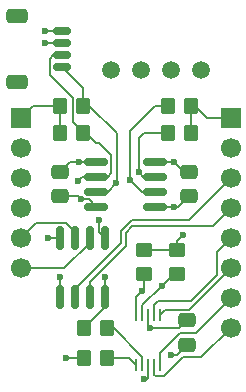
<source format=gbr>
%TF.GenerationSoftware,KiCad,Pcbnew,9.0.3*%
%TF.CreationDate,2025-12-07T20:29:12-06:00*%
%TF.ProjectId,IsolatedADSBoard,49736f6c-6174-4656-9441-4453426f6172,rev?*%
%TF.SameCoordinates,Original*%
%TF.FileFunction,Copper,L1,Top*%
%TF.FilePolarity,Positive*%
%FSLAX46Y46*%
G04 Gerber Fmt 4.6, Leading zero omitted, Abs format (unit mm)*
G04 Created by KiCad (PCBNEW 9.0.3) date 2025-12-07 20:29:12*
%MOMM*%
%LPD*%
G01*
G04 APERTURE LIST*
G04 Aperture macros list*
%AMRoundRect*
0 Rectangle with rounded corners*
0 $1 Rounding radius*
0 $2 $3 $4 $5 $6 $7 $8 $9 X,Y pos of 4 corners*
0 Add a 4 corners polygon primitive as box body*
4,1,4,$2,$3,$4,$5,$6,$7,$8,$9,$2,$3,0*
0 Add four circle primitives for the rounded corners*
1,1,$1+$1,$2,$3*
1,1,$1+$1,$4,$5*
1,1,$1+$1,$6,$7*
1,1,$1+$1,$8,$9*
0 Add four rect primitives between the rounded corners*
20,1,$1+$1,$2,$3,$4,$5,0*
20,1,$1+$1,$4,$5,$6,$7,0*
20,1,$1+$1,$6,$7,$8,$9,0*
20,1,$1+$1,$8,$9,$2,$3,0*%
G04 Aperture macros list end*
%TA.AperFunction,SMDPad,CuDef*%
%ADD10RoundRect,0.250000X-0.350000X-0.450000X0.350000X-0.450000X0.350000X0.450000X-0.350000X0.450000X0*%
%TD*%
%TA.AperFunction,SMDPad,CuDef*%
%ADD11RoundRect,0.250000X0.350000X0.450000X-0.350000X0.450000X-0.350000X-0.450000X0.350000X-0.450000X0*%
%TD*%
%TA.AperFunction,SMDPad,CuDef*%
%ADD12R,0.250000X1.100000*%
%TD*%
%TA.AperFunction,ComponentPad*%
%ADD13C,1.500000*%
%TD*%
%TA.AperFunction,SMDPad,CuDef*%
%ADD14RoundRect,0.150000X-0.825000X-0.150000X0.825000X-0.150000X0.825000X0.150000X-0.825000X0.150000X0*%
%TD*%
%TA.AperFunction,SMDPad,CuDef*%
%ADD15RoundRect,0.250000X-0.475000X0.337500X-0.475000X-0.337500X0.475000X-0.337500X0.475000X0.337500X0*%
%TD*%
%TA.AperFunction,ComponentPad*%
%ADD16R,1.700000X1.700000*%
%TD*%
%TA.AperFunction,ComponentPad*%
%ADD17C,1.700000*%
%TD*%
%TA.AperFunction,SMDPad,CuDef*%
%ADD18RoundRect,0.150000X-0.625000X0.150000X-0.625000X-0.150000X0.625000X-0.150000X0.625000X0.150000X0*%
%TD*%
%TA.AperFunction,SMDPad,CuDef*%
%ADD19RoundRect,0.250000X-0.650000X0.350000X-0.650000X-0.350000X0.650000X-0.350000X0.650000X0.350000X0*%
%TD*%
%TA.AperFunction,SMDPad,CuDef*%
%ADD20RoundRect,0.250000X0.475000X-0.337500X0.475000X0.337500X-0.475000X0.337500X-0.475000X-0.337500X0*%
%TD*%
%TA.AperFunction,SMDPad,CuDef*%
%ADD21RoundRect,0.250000X-0.450000X0.350000X-0.450000X-0.350000X0.450000X-0.350000X0.450000X0.350000X0*%
%TD*%
%TA.AperFunction,SMDPad,CuDef*%
%ADD22RoundRect,0.150000X-0.150000X0.825000X-0.150000X-0.825000X0.150000X-0.825000X0.150000X0.825000X0*%
%TD*%
%TA.AperFunction,ViaPad*%
%ADD23C,0.600000*%
%TD*%
%TA.AperFunction,Conductor*%
%ADD24C,0.200000*%
%TD*%
G04 APERTURE END LIST*
D10*
%TO.P,R7,1*%
%TO.N,5V-iso*%
X132350000Y-69850000D03*
%TO.P,R7,2*%
%TO.N,ADS_ALERT*%
X134350000Y-69850000D03*
%TD*%
D11*
%TO.P,R12,1*%
%TO.N,ADS_ADDR*%
X134350000Y-72390000D03*
%TO.P,R12,2*%
%TO.N,Gnd-iso*%
X132350000Y-72390000D03*
%TD*%
D12*
%TO.P,U3,1,ADDR*%
%TO.N,ADS_ADDR*%
X136795000Y-73002000D03*
%TO.P,U3,2,ALERT/RDY*%
%TO.N,ADS_ALERT*%
X137295000Y-73002000D03*
%TO.P,U3,3,GND*%
%TO.N,Gnd-iso*%
X137795000Y-73002000D03*
%TO.P,U3,4,AIN0*%
%TO.N,/AIN0*%
X138295000Y-73002000D03*
%TO.P,U3,5,AIN1*%
%TO.N,/AIN1*%
X138795000Y-73002000D03*
%TO.P,U3,6,AIN2*%
%TO.N,/AIN2*%
X138795000Y-68702000D03*
%TO.P,U3,7,AIN3*%
%TO.N,/AIN3*%
X138295000Y-68702000D03*
%TO.P,U3,8,VDD*%
%TO.N,5V-iso*%
X137795000Y-68702000D03*
%TO.P,U3,9,SDA*%
%TO.N,SDA-5V*%
X137295000Y-68702000D03*
%TO.P,U3,10,SCL*%
%TO.N,SCL-5V*%
X136795000Y-68702000D03*
%TD*%
D13*
%TO.P,U14,1,VIN-*%
%TO.N,GND*%
X134620000Y-48006000D03*
%TO.P,U14,2,VIN+*%
%TO.N,VDD*%
X137160000Y-48006000D03*
%TO.P,U14,3,Vout-*%
%TO.N,Gnd-iso*%
X139700000Y-48006000D03*
%TO.P,U14,4,Vout+*%
%TO.N,5V-iso*%
X142240000Y-48006000D03*
%TD*%
D14*
%TO.P,U13,1,VCC1*%
%TO.N,VDD*%
X133415000Y-55753000D03*
%TO.P,U13,2,SDA1*%
%TO.N,SDA*%
X133415000Y-57023000D03*
%TO.P,U13,3,SCL1*%
%TO.N,SCL*%
X133415000Y-58293000D03*
%TO.P,U13,4,GND1*%
%TO.N,GND*%
X133415000Y-59563000D03*
%TO.P,U13,5,GND2*%
%TO.N,Gnd-iso*%
X138365000Y-59563000D03*
%TO.P,U13,6,SCL2*%
%TO.N,SCL-5V*%
X138365000Y-58293000D03*
%TO.P,U13,7,SDA2*%
%TO.N,SDA-5V*%
X138365000Y-57023000D03*
%TO.P,U13,8,VCC2*%
%TO.N,5V-iso*%
X138365000Y-55753000D03*
%TD*%
D15*
%TO.P,C8,1*%
%TO.N,VDD*%
X130302000Y-56620500D03*
%TO.P,C8,2*%
%TO.N,GND*%
X130302000Y-58695500D03*
%TD*%
D16*
%TO.P,J2,1,Pin_1*%
%TO.N,5V-iso*%
X144780000Y-52070000D03*
D17*
%TO.P,J2,2,Pin_2*%
%TO.N,Gnd-iso*%
X144780000Y-54610000D03*
%TO.P,J2,3,Pin_3*%
%TO.N,/Signal2-ISO*%
X144780000Y-57150000D03*
%TO.P,J2,4,Pin_4*%
%TO.N,/Signal1-ISO*%
X144780000Y-59690000D03*
%TO.P,J2,5,Pin_5*%
%TO.N,/AIN3*%
X144780000Y-62230000D03*
%TO.P,J2,6,Pin_6*%
%TO.N,/AIN2*%
X144780000Y-64770000D03*
%TO.P,J2,7,Pin_7*%
%TO.N,/AIN1*%
X144780000Y-67310000D03*
%TO.P,J2,8,Pin_8*%
%TO.N,/AIN0*%
X144780000Y-69850000D03*
%TD*%
D15*
%TO.P,C7,1*%
%TO.N,5V-iso*%
X141224000Y-56620500D03*
%TO.P,C7,2*%
%TO.N,Gnd-iso*%
X141224000Y-58695500D03*
%TD*%
D18*
%TO.P,J3,1,Pin_1*%
%TO.N,GND*%
X130524000Y-44728000D03*
%TO.P,J3,2,Pin_2*%
%TO.N,VDD*%
X130524000Y-45728000D03*
%TO.P,J3,3,Pin_3*%
%TO.N,SDA*%
X130524000Y-46728000D03*
%TO.P,J3,4,Pin_4*%
%TO.N,SCL*%
X130524000Y-47728000D03*
D19*
%TO.P,J3,MP,MountPin*%
%TO.N,unconnected-(J3-MountPin-PadMP)*%
X126649000Y-43428000D03*
X126649000Y-49028000D03*
%TD*%
D20*
%TO.P,C4,1*%
%TO.N,Gnd-iso*%
X141081000Y-71263500D03*
%TO.P,C4,2*%
%TO.N,5V-iso*%
X141081000Y-69188500D03*
%TD*%
D10*
%TO.P,R1,1*%
%TO.N,VDD*%
X130318000Y-53340000D03*
%TO.P,R1,2*%
%TO.N,SDA*%
X132318000Y-53340000D03*
%TD*%
D11*
%TO.P,R3,1*%
%TO.N,5V-iso*%
X141462000Y-51054000D03*
%TO.P,R3,2*%
%TO.N,SCL-5V*%
X139462000Y-51054000D03*
%TD*%
D21*
%TO.P,R6,1*%
%TO.N,5V-iso*%
X140208000Y-63262000D03*
%TO.P,R6,2*%
%TO.N,SDA-5V*%
X140208000Y-65262000D03*
%TD*%
D11*
%TO.P,R4,1*%
%TO.N,5V-iso*%
X141462000Y-53340000D03*
%TO.P,R4,2*%
%TO.N,SDA-5V*%
X139462000Y-53340000D03*
%TD*%
D16*
%TO.P,J1,1,Pin_1*%
%TO.N,VDD*%
X127000000Y-52070000D03*
D17*
%TO.P,J1,2,Pin_2*%
%TO.N,GND*%
X127000000Y-54610000D03*
%TO.P,J1,3,Pin_3*%
%TO.N,SDA*%
X127000000Y-57150000D03*
%TO.P,J1,4,Pin_4*%
%TO.N,SCL*%
X127000000Y-59690000D03*
%TO.P,J1,5,Pin_5*%
%TO.N,/Signal2-MCU*%
X127000000Y-62230000D03*
%TO.P,J1,6,Pin_6*%
%TO.N,/Signal1-MCU*%
X127000000Y-64770000D03*
%TD*%
D21*
%TO.P,R5,1*%
%TO.N,5V-iso*%
X137414000Y-63262000D03*
%TO.P,R5,2*%
%TO.N,SCL-5V*%
X137414000Y-65262000D03*
%TD*%
D10*
%TO.P,R2,1*%
%TO.N,VDD*%
X130318000Y-51036000D03*
%TO.P,R2,2*%
%TO.N,SCL*%
X132318000Y-51036000D03*
%TD*%
D22*
%TO.P,U1,1,VDD1*%
%TO.N,VDD*%
X134112000Y-62230000D03*
%TO.P,U1,2,VIA*%
%TO.N,/Signal1-MCU*%
X132842000Y-62230000D03*
%TO.P,U1,3,VIB*%
%TO.N,/Signal2-MCU*%
X131572000Y-62230000D03*
%TO.P,U1,4,GND1*%
%TO.N,GND*%
X130302000Y-62230000D03*
%TO.P,U1,5,GND2*%
%TO.N,Gnd-iso*%
X130302000Y-67180000D03*
%TO.P,U1,6,VOB*%
%TO.N,/Signal2-ISO*%
X131572000Y-67180000D03*
%TO.P,U1,7,VOA*%
%TO.N,/Signal1-ISO*%
X132842000Y-67180000D03*
%TO.P,U1,8,VDD2*%
%TO.N,5V-iso*%
X134112000Y-67180000D03*
%TD*%
D23*
%TO.N,Gnd-iso*%
X130810000Y-72390000D03*
X130302000Y-65532000D03*
X139700000Y-72136000D03*
X139954000Y-59563000D03*
X137414000Y-74168000D03*
%TO.N,5V-iso*%
X137922000Y-69850000D03*
X134112000Y-65532000D03*
X140716000Y-61976000D03*
X139954000Y-55753000D03*
%TO.N,GND*%
X129032000Y-44704000D03*
X132080000Y-58949500D03*
X129286000Y-62230000D03*
%TO.N,VDD*%
X133604000Y-60706000D03*
X131931500Y-55753000D03*
X129032000Y-45720000D03*
%TO.N,SCL-5V*%
X136271000Y-57277000D03*
X137299550Y-66687550D03*
%TO.N,SDA-5V*%
X137037000Y-56642000D03*
X138938000Y-66282000D03*
%TO.N,SDA*%
X131826000Y-57404000D03*
%TO.N,SCL*%
X135076499Y-57606499D03*
%TD*%
D24*
%TO.N,Gnd-iso*%
X139954000Y-59563000D02*
X140356500Y-59563000D01*
X137795000Y-74041000D02*
X137795000Y-73002000D01*
X138365000Y-59563000D02*
X139954000Y-59563000D01*
X140356500Y-59563000D02*
X141224000Y-58695500D01*
X132350000Y-72390000D02*
X130810000Y-72390000D01*
X137414000Y-74168000D02*
X137668000Y-74168000D01*
X130302000Y-67180000D02*
X130302000Y-65532000D01*
X140208500Y-72136000D02*
X141081000Y-71263500D01*
X139700000Y-72136000D02*
X140208500Y-72136000D01*
X137668000Y-74168000D02*
X137795000Y-74041000D01*
%TO.N,5V-iso*%
X139954000Y-55753000D02*
X140821500Y-56620500D01*
X142748000Y-52070000D02*
X144780000Y-52070000D01*
X137795000Y-69723000D02*
X137922000Y-69850000D01*
X140419500Y-69850000D02*
X137922000Y-69850000D01*
X141081000Y-69188500D02*
X140419500Y-69850000D01*
X141462000Y-51054000D02*
X141462000Y-53340000D01*
X138365000Y-55753000D02*
X139954000Y-55753000D01*
X140208000Y-63262000D02*
X140208000Y-62484000D01*
X141462000Y-51054000D02*
X141732000Y-51054000D01*
X137414000Y-63262000D02*
X140208000Y-63262000D01*
X134112000Y-67180000D02*
X134112000Y-65532000D01*
X132350000Y-69850000D02*
X134112000Y-68088000D01*
X140821500Y-56620500D02*
X141224000Y-56620500D01*
X137795000Y-68702000D02*
X137795000Y-69723000D01*
X141732000Y-51054000D02*
X142748000Y-52070000D01*
X140208000Y-62484000D02*
X140716000Y-61976000D01*
X134112000Y-68088000D02*
X134112000Y-67180000D01*
%TO.N,GND*%
X132801500Y-58949500D02*
X133415000Y-59563000D01*
X129056000Y-44728000D02*
X129032000Y-44704000D01*
X132080000Y-58949500D02*
X132801500Y-58949500D01*
X130524000Y-44728000D02*
X129056000Y-44728000D01*
X130302000Y-58695500D02*
X131826000Y-58695500D01*
X130302000Y-62230000D02*
X129286000Y-62230000D01*
X131826000Y-58695500D02*
X132080000Y-58949500D01*
%TO.N,VDD*%
X128034000Y-51036000D02*
X127000000Y-52070000D01*
X129040000Y-45728000D02*
X129032000Y-45720000D01*
X131169500Y-55753000D02*
X130302000Y-56620500D01*
X130318000Y-51036000D02*
X128034000Y-51036000D01*
X133604000Y-61722000D02*
X133604000Y-60706000D01*
X130318000Y-51036000D02*
X130318000Y-53086000D01*
X131931500Y-55753000D02*
X131169500Y-55753000D01*
X134112000Y-62230000D02*
X133604000Y-61722000D01*
X130524000Y-45728000D02*
X129040000Y-45728000D01*
X133415000Y-55753000D02*
X131931500Y-55753000D01*
%TO.N,ADS_ADDR*%
X136183000Y-72390000D02*
X134350000Y-72390000D01*
X136795000Y-73002000D02*
X136183000Y-72390000D01*
%TO.N,SCL-5V*%
X136271000Y-53152000D02*
X136271000Y-57277000D01*
X136795000Y-68702000D02*
X136795000Y-67192100D01*
X136795000Y-67192100D02*
X137299550Y-66687550D01*
X137461000Y-66526100D02*
X137461000Y-65309000D01*
X137287000Y-58293000D02*
X138365000Y-58293000D01*
X137299550Y-66687550D02*
X137461000Y-66526100D01*
X136271000Y-57277000D02*
X137287000Y-58293000D01*
X137461000Y-65309000D02*
X137414000Y-65262000D01*
X139462000Y-51054000D02*
X138369000Y-51054000D01*
X138369000Y-51054000D02*
X136271000Y-53152000D01*
%TO.N,ADS_ALERT*%
X137295000Y-72271000D02*
X134874000Y-69850000D01*
X134874000Y-69850000D02*
X134350000Y-69850000D01*
X137295000Y-73002000D02*
X137295000Y-72271000D01*
%TO.N,SDA-5V*%
X137037000Y-56642000D02*
X137037000Y-53756000D01*
X137037000Y-56669999D02*
X137037000Y-56642000D01*
X137390001Y-57023000D02*
X137037000Y-56669999D01*
X138365000Y-57023000D02*
X137390001Y-57023000D01*
X137295000Y-67925000D02*
X137295000Y-68702000D01*
X137037000Y-53756000D02*
X137453000Y-53340000D01*
X138938000Y-66282000D02*
X139958000Y-65262000D01*
X138938000Y-66282000D02*
X137295000Y-67925000D01*
X139958000Y-65262000D02*
X140208000Y-65262000D01*
X137453000Y-53340000D02*
X139462000Y-53340000D01*
%TO.N,SDA*%
X132318000Y-53340000D02*
X131417000Y-52439000D01*
X133415000Y-57023000D02*
X132207000Y-57023000D01*
X129749001Y-46728000D02*
X130524000Y-46728000D01*
X131417000Y-50350840D02*
X129448000Y-48381840D01*
X132207000Y-57023000D02*
X131826000Y-57404000D01*
X134691000Y-55199900D02*
X134691000Y-56721999D01*
X133631000Y-54139900D02*
X134691000Y-55199900D01*
X134691000Y-56721999D02*
X134389999Y-57023000D01*
X129448000Y-47029001D02*
X129749001Y-46728000D01*
X129448000Y-48381840D02*
X129448000Y-47029001D01*
X131417000Y-52439000D02*
X131417000Y-50350840D01*
X134389999Y-57023000D02*
X133415000Y-57023000D01*
X132318000Y-53086000D02*
X133371900Y-54139900D01*
X133371900Y-54139900D02*
X133631000Y-54139900D01*
%TO.N,SCL*%
X132318000Y-49522000D02*
X130524000Y-47728000D01*
X132318000Y-51036000D02*
X132318000Y-49522000D01*
X135128000Y-57554998D02*
X135076499Y-57606499D01*
X135076499Y-57606499D02*
X134389999Y-58293000D01*
X134389999Y-58293000D02*
X133415000Y-58293000D01*
X135128000Y-53340000D02*
X135128000Y-57554998D01*
X135128000Y-53340000D02*
X132824000Y-51036000D01*
%TO.N,/AIN3*%
X138295000Y-67925000D02*
X138656000Y-67564000D01*
X141418900Y-67564000D02*
X143629000Y-65353900D01*
X143629000Y-65353900D02*
X143629000Y-63381000D01*
X138656000Y-67564000D02*
X141418900Y-67564000D01*
X138295000Y-68702000D02*
X138295000Y-67925000D01*
X143629000Y-63381000D02*
X144780000Y-62230000D01*
%TO.N,/AIN0*%
X139158261Y-73914000D02*
X140735261Y-72337000D01*
X138295000Y-73002000D02*
X138295000Y-73779000D01*
X138430000Y-73914000D02*
X139158261Y-73914000D01*
X138295000Y-73779000D02*
X138430000Y-73914000D01*
X142293000Y-72337000D02*
X144780000Y-69850000D01*
X140735261Y-72337000D02*
X142293000Y-72337000D01*
%TO.N,/AIN2*%
X138795000Y-68702000D02*
X139220000Y-68277000D01*
X141273000Y-68277000D02*
X144780000Y-64770000D01*
X139220000Y-68277000D02*
X141273000Y-68277000D01*
%TO.N,/AIN1*%
X140494840Y-70251000D02*
X141839000Y-70251000D01*
X138795000Y-71950840D02*
X140494840Y-70251000D01*
X141839000Y-70251000D02*
X144780000Y-67310000D01*
X138795000Y-73002000D02*
X138795000Y-71950840D01*
%TO.N,/Signal1-MCU*%
X130711943Y-64770000D02*
X127000000Y-64770000D01*
X132842000Y-62639943D02*
X130711943Y-64770000D01*
X132842000Y-62230000D02*
X132842000Y-62639943D01*
%TO.N,/Signal2-MCU*%
X130804000Y-60954000D02*
X131572000Y-61722000D01*
X128276000Y-60954000D02*
X130804000Y-60954000D01*
X127000000Y-62230000D02*
X128276000Y-60954000D01*
X131572000Y-61722000D02*
X131572000Y-62230000D01*
%TO.N,/Signal2-ISO*%
X135489000Y-61615000D02*
X136398000Y-60706000D01*
X141224000Y-60706000D02*
X144780000Y-57150000D01*
X131572000Y-67180000D02*
X131572000Y-66548000D01*
X136398000Y-60706000D02*
X141224000Y-60706000D01*
X135489000Y-62631000D02*
X135489000Y-61615000D01*
X131572000Y-66548000D02*
X135489000Y-62631000D01*
%TO.N,/Signal1-ISO*%
X135890000Y-62904057D02*
X135890000Y-61781100D01*
X135890000Y-61781100D02*
X136457100Y-61214000D01*
X132842000Y-65952057D02*
X135890000Y-62904057D01*
X132842000Y-67180000D02*
X132842000Y-65952057D01*
X143256000Y-61214000D02*
X144780000Y-59690000D01*
X136457100Y-61214000D02*
X143256000Y-61214000D01*
%TD*%
M02*

</source>
